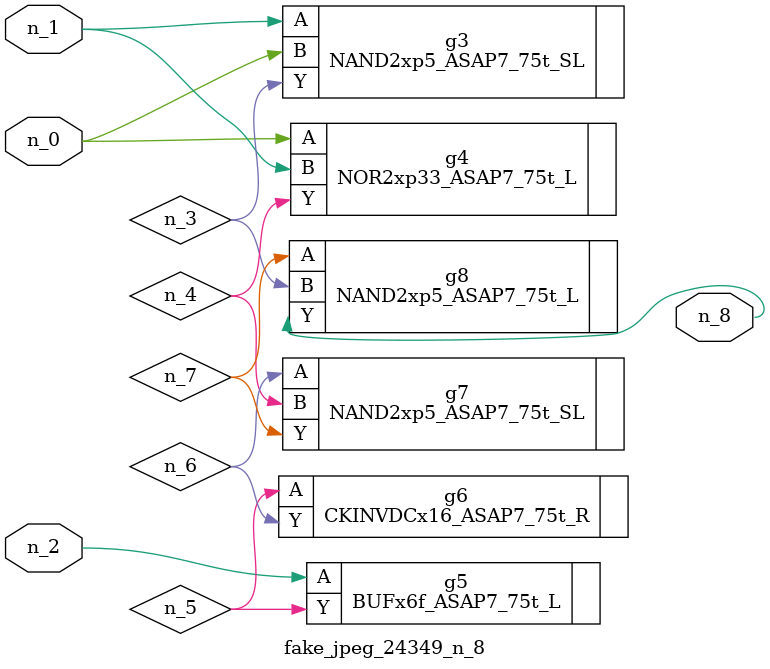
<source format=v>
module fake_jpeg_24349_n_8 (n_0, n_2, n_1, n_8);

input n_0;
input n_2;
input n_1;

output n_8;

wire n_3;
wire n_4;
wire n_6;
wire n_5;
wire n_7;

NAND2xp5_ASAP7_75t_SL g3 ( 
.A(n_1),
.B(n_0),
.Y(n_3)
);

NOR2xp33_ASAP7_75t_L g4 ( 
.A(n_0),
.B(n_1),
.Y(n_4)
);

BUFx6f_ASAP7_75t_L g5 ( 
.A(n_2),
.Y(n_5)
);

CKINVDCx16_ASAP7_75t_R g6 ( 
.A(n_5),
.Y(n_6)
);

NAND2xp5_ASAP7_75t_SL g7 ( 
.A(n_6),
.B(n_4),
.Y(n_7)
);

NAND2xp5_ASAP7_75t_L g8 ( 
.A(n_7),
.B(n_3),
.Y(n_8)
);


endmodule
</source>
